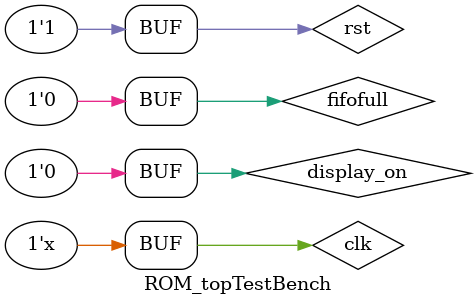
<source format=v>

`timescale 1 ns / 1 ns

module ROM_topTestBench();

reg clk,rst, display_on, fifofull;

ROM_top DUT(.clk(clk),.rst(~rst),.display_on(display_on),.fifofull(fifofull));

always #5 clk=~clk;

initial begin
clk=0;
rst=0;
display_on=1;
fifofull=0;
#10
rst=1;
display_on=1;
#10;
display_on=0;
end
endmodule
</source>
